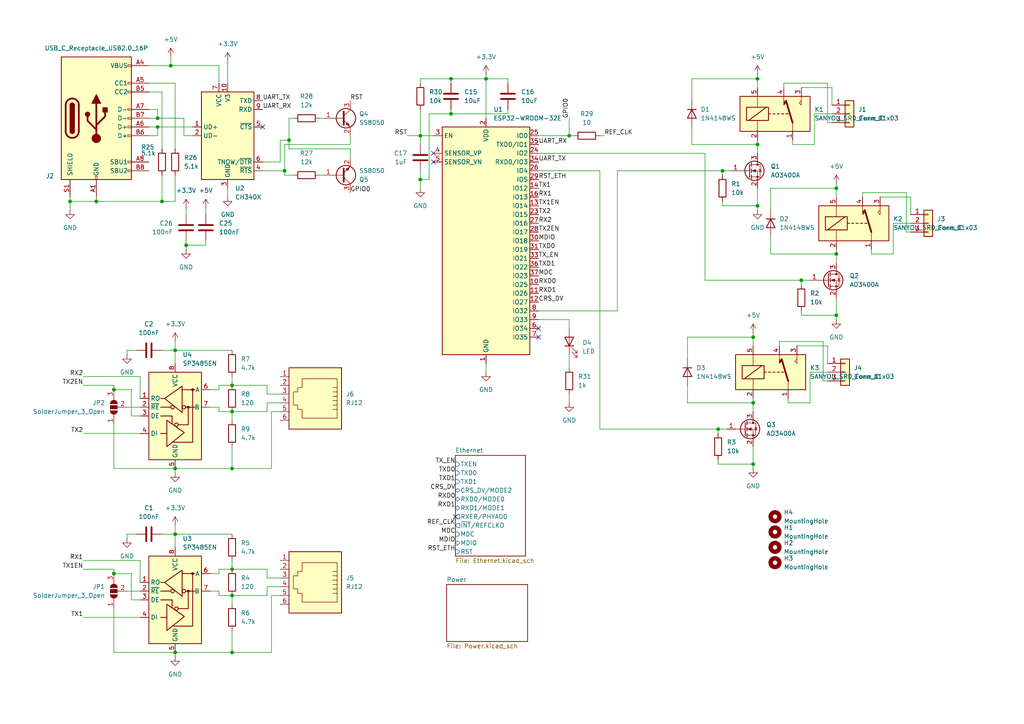
<source format=kicad_sch>
(kicad_sch (version 20250114) (generator "eeschema") (generator_version "9.0")
  (paper "A4")
  (junction (at 20.32 58.42))
  (junction (at 140.97 22.86))
  (junction (at 121.92 52.07))
  (junction (at 218.44 134.62))
  (junction (at 218.44 116.84))
  (junction (at 130.81 22.86))
  (junction (at 121.92 39.37))
  (junction (at 67.31 172.72))
  (junction (at 50.8 154.94))
  (junction (at 219.71 22.86))
  (junction (at 45.72 34.29))
  (junction (at 33.02 113.03))
  (junction (at 219.71 59.69))
  (junction (at 242.57 54.61))
  (junction (at 67.31 189.23))
  (junction (at 50.8 101.6))
  (junction (at 218.44 97.79))
  (junction (at 82.55 49.53))
  (junction (at 49.53 19.05))
  (junction (at 50.8 135.89))
  (junction (at 130.81 33.02))
  (junction (at 67.31 135.89))
  (junction (at 33.02 166.37))
  (junction (at 50.8 189.23))
  (junction (at 208.28 124.46))
  (junction (at 219.71 41.91))
  (junction (at 83.82 40.64))
  (junction (at 165.1 39.37))
  (junction (at 209.55 49.53))
  (junction (at 67.31 165.1))
  (junction (at 232.41 81.28))
  (junction (at 27.94 58.42))
  (junction (at 45.72 36.83))
  (junction (at 53.975 71.12))
  (junction (at 242.57 91.44))
  (junction (at 67.31 111.76))
  (junction (at 242.57 73.66))
  (junction (at 67.31 119.38))
  (junction (at 46.99 58.42))
  (no_connect (at 156.21 97.79))
  (no_connect (at 125.73 44.45))
  (no_connect (at 156.21 95.25))
  (no_connect (at 132.08 149.86))
  (no_connect (at 125.73 46.99))
  (no_connect (at 76.2 36.83))
  (wire (pts (xy 60.96 171.45) (xy 63.5 171.45)))
  (wire (pts (xy 43.18 24.13) (xy 50.8 24.13)))
  (wire (pts (xy 46.99 154.94) (xy 50.8 154.94)))
  (wire (pts (xy 264.16 57.15) (xy 264.16 62.23)))
  (wire (pts (xy 140.97 21.59) (xy 140.97 22.86)))
  (wire (pts (xy 60.96 118.11) (xy 63.5 118.11)))
  (wire (pts (xy 92.71 50.8) (xy 93.98 50.8)))
  (wire (pts (xy 45.72 34.29) (xy 43.18 34.29)))
  (wire (pts (xy 219.71 59.69) (xy 219.71 60.96)))
  (wire (pts (xy 78.74 189.23) (xy 67.31 189.23)))
  (wire (pts (xy 33.02 189.23) (xy 50.8 189.23)))
  (wire (pts (xy 232.41 91.44) (xy 242.57 91.44)))
  (wire (pts (xy 59.69 71.12) (xy 59.69 69.85)))
  (wire (pts (xy 200.66 22.86) (xy 200.66 29.21)))
  (wire (pts (xy 50.8 135.89) (xy 50.8 137.16)))
  (wire (pts (xy 147.32 22.86) (xy 140.97 22.86)))
  (wire (pts (xy 173.99 39.37) (xy 175.26 39.37)))
  (wire (pts (xy 130.81 22.86) (xy 121.92 22.86)))
  (wire (pts (xy 101.6 43.18) (xy 83.82 43.18)))
  (wire (pts (xy 63.5 19.05) (xy 63.5 24.13)))
  (wire (pts (xy 232.41 90.17) (xy 232.41 91.44)))
  (wire (pts (xy 81.28 46.99) (xy 81.28 40.64)))
  (wire (pts (xy 50.8 152.4) (xy 50.8 154.94)))
  (wire (pts (xy 46.99 58.42) (xy 27.94 58.42)))
  (wire (pts (xy 200.66 41.91) (xy 219.71 41.91)))
  (wire (pts (xy 252.73 73.66) (xy 252.73 72.39)))
  (wire (pts (xy 24.13 162.56) (xy 40.64 162.56)))
  (wire (pts (xy 39.37 101.6) (xy 36.83 101.6)))
  (wire (pts (xy 199.39 111.76) (xy 199.39 116.84)))
  (wire (pts (xy 147.32 33.02) (xy 147.32 31.75)))
  (wire (pts (xy 36.83 101.6) (xy 36.83 102.87)))
  (wire (pts (xy 53.975 60.325) (xy 53.975 62.23)))
  (wire (pts (xy 38.1 166.37) (xy 38.1 173.99)))
  (wire (pts (xy 77.47 167.64) (xy 81.28 167.64)))
  (wire (pts (xy 226.06 100.33) (xy 226.06 99.06)))
  (wire (pts (xy 45.72 36.83) (xy 55.88 36.83)))
  (wire (pts (xy 223.52 54.61) (xy 223.52 60.96)))
  (wire (pts (xy 140.97 22.86) (xy 130.81 22.86)))
  (wire (pts (xy 121.92 52.07) (xy 124.46 52.07)))
  (wire (pts (xy 227.33 25.4) (xy 227.33 24.13)))
  (wire (pts (xy 204.47 81.28) (xy 232.41 81.28)))
  (wire (pts (xy 50.8 24.13) (xy 50.8 43.18)))
  (wire (pts (xy 82.55 49.53) (xy 82.55 50.8)))
  (wire (pts (xy 81.28 172.72) (xy 78.74 172.72)))
  (wire (pts (xy 165.1 34.29) (xy 165.1 39.37)))
  (wire (pts (xy 40.64 168.91) (xy 40.64 162.56)))
  (wire (pts (xy 53.975 71.12) (xy 53.975 72.39)))
  (wire (pts (xy 43.18 39.37) (xy 45.72 39.37)))
  (wire (pts (xy 46.99 50.8) (xy 46.99 58.42)))
  (wire (pts (xy 38.1 113.03) (xy 38.1 120.65)))
  (wire (pts (xy 130.81 33.02) (xy 124.46 33.02)))
  (wire (pts (xy 50.8 154.94) (xy 50.8 158.75)))
  (wire (pts (xy 45.72 31.75) (xy 45.72 34.29)))
  (wire (pts (xy 78.74 172.72) (xy 78.74 189.23)))
  (wire (pts (xy 67.31 165.1) (xy 77.47 165.1)))
  (wire (pts (xy 255.27 57.15) (xy 264.16 57.15)))
  (wire (pts (xy 66.04 54.61) (xy 66.04 57.15)))
  (wire (pts (xy 45.72 34.29) (xy 53.34 34.29)))
  (wire (pts (xy 20.32 57.15) (xy 20.32 58.42)))
  (wire (pts (xy 232.41 25.4) (xy 241.3 25.4)))
  (wire (pts (xy 179.07 49.53) (xy 209.55 49.53)))
  (wire (pts (xy 242.57 54.61) (xy 223.52 54.61)))
  (wire (pts (xy 212.09 49.53) (xy 209.55 49.53)))
  (wire (pts (xy 200.66 36.83) (xy 200.66 41.91)))
  (wire (pts (xy 238.76 110.49) (xy 240.03 110.49)))
  (wire (pts (xy 140.97 22.86) (xy 140.97 34.29)))
  (wire (pts (xy 121.92 52.07) (xy 121.92 54.61)))
  (wire (pts (xy 219.71 25.4) (xy 219.71 22.86)))
  (wire (pts (xy 67.31 109.22) (xy 67.31 111.76)))
  (wire (pts (xy 43.18 31.75) (xy 45.72 31.75)))
  (wire (pts (xy 24.13 111.76) (xy 33.02 111.76)))
  (wire (pts (xy 219.71 54.61) (xy 219.71 59.69)))
  (wire (pts (xy 231.14 100.33) (xy 240.03 100.33)))
  (wire (pts (xy 53.34 34.29) (xy 53.34 39.37)))
  (wire (pts (xy 173.99 124.46) (xy 208.28 124.46)))
  (wire (pts (xy 63.5 111.76) (xy 67.31 111.76)))
  (wire (pts (xy 81.28 119.38) (xy 78.74 119.38)))
  (wire (pts (xy 81.28 40.64) (xy 83.82 40.64)))
  (wire (pts (xy 45.72 39.37) (xy 45.72 36.83)))
  (wire (pts (xy 250.19 55.88) (xy 262.89 55.88)))
  (wire (pts (xy 67.31 172.72) (xy 67.31 175.26)))
  (wire (pts (xy 27.94 58.42) (xy 27.94 57.15)))
  (wire (pts (xy 63.5 119.38) (xy 67.31 119.38)))
  (wire (pts (xy 210.82 124.46) (xy 208.28 124.46)))
  (wire (pts (xy 124.46 33.02) (xy 124.46 52.07)))
  (wire (pts (xy 236.22 33.02) (xy 236.22 41.91)))
  (wire (pts (xy 82.55 50.8) (xy 85.09 50.8)))
  (wire (pts (xy 242.57 53.34) (xy 242.57 54.61)))
  (wire (pts (xy 240.03 35.56) (xy 241.3 35.56)))
  (wire (pts (xy 20.32 58.42) (xy 20.32 60.96)))
  (wire (pts (xy 250.19 57.15) (xy 250.19 55.88)))
  (wire (pts (xy 77.47 165.1) (xy 77.47 167.64)))
  (wire (pts (xy 121.92 31.75) (xy 121.92 39.37)))
  (wire (pts (xy 204.47 44.45) (xy 156.21 44.45)))
  (wire (pts (xy 130.81 22.86) (xy 130.81 24.13)))
  (wire (pts (xy 83.82 40.64) (xy 83.82 34.29)))
  (wire (pts (xy 241.3 25.4) (xy 241.3 30.48)))
  (wire (pts (xy 199.39 97.79) (xy 199.39 104.14)))
  (wire (pts (xy 234.95 107.95) (xy 234.95 116.84)))
  (wire (pts (xy 36.83 154.94) (xy 36.83 156.21)))
  (wire (pts (xy 209.55 59.69) (xy 219.71 59.69)))
  (wire (pts (xy 60.96 166.37) (xy 63.5 166.37)))
  (wire (pts (xy 232.41 81.28) (xy 232.41 82.55)))
  (wire (pts (xy 46.99 58.42) (xy 50.8 58.42)))
  (wire (pts (xy 101.6 39.37) (xy 101.6 41.91)))
  (wire (pts (xy 241.3 33.02) (xy 236.22 33.02)))
  (wire (pts (xy 121.92 39.37) (xy 121.92 41.91)))
  (wire (pts (xy 38.1 120.65) (xy 40.64 120.65)))
  (wire (pts (xy 20.32 58.42) (xy 27.94 58.42)))
  (wire (pts (xy 208.28 134.62) (xy 218.44 134.62)))
  (wire (pts (xy 24.13 109.22) (xy 40.64 109.22)))
  (wire (pts (xy 67.31 129.54) (xy 67.31 135.89)))
  (wire (pts (xy 39.37 154.94) (xy 36.83 154.94)))
  (wire (pts (xy 208.28 124.46) (xy 208.28 125.73)))
  (wire (pts (xy 262.89 67.31) (xy 264.16 67.31)))
  (wire (pts (xy 130.81 31.75) (xy 130.81 33.02)))
  (wire (pts (xy 63.5 166.37) (xy 63.5 165.1)))
  (wire (pts (xy 67.31 182.88) (xy 67.31 189.23)))
  (wire (pts (xy 259.08 64.77) (xy 259.08 73.66)))
  (wire (pts (xy 49.53 19.05) (xy 63.5 19.05)))
  (wire (pts (xy 24.13 179.07) (xy 40.64 179.07)))
  (wire (pts (xy 223.52 68.58) (xy 223.52 73.66)))
  (wire (pts (xy 121.92 22.86) (xy 121.92 24.13)))
  (wire (pts (xy 33.02 135.89) (xy 50.8 135.89)))
  (wire (pts (xy 49.53 19.05) (xy 43.18 19.05)))
  (wire (pts (xy 67.31 162.56) (xy 67.31 165.1)))
  (wire (pts (xy 229.87 41.91) (xy 229.87 40.64)))
  (wire (pts (xy 78.74 135.89) (xy 67.31 135.89)))
  (wire (pts (xy 228.6 116.84) (xy 228.6 115.57)))
  (wire (pts (xy 77.47 170.18) (xy 77.47 172.72)))
  (wire (pts (xy 66.04 17.78) (xy 66.04 24.13)))
  (wire (pts (xy 240.03 24.13) (xy 240.03 35.56)))
  (wire (pts (xy 77.47 119.38) (xy 67.31 119.38)))
  (wire (pts (xy 264.16 64.77) (xy 259.08 64.77)))
  (wire (pts (xy 242.57 73.66) (xy 242.57 76.2)))
  (wire (pts (xy 130.81 33.02) (xy 147.32 33.02)))
  (wire (pts (xy 46.99 26.67) (xy 43.18 26.67)))
  (wire (pts (xy 36.83 118.11) (xy 40.64 118.11)))
  (wire (pts (xy 236.22 41.91) (xy 229.87 41.91)))
  (wire (pts (xy 67.31 119.38) (xy 67.31 121.92)))
  (wire (pts (xy 238.76 99.06) (xy 238.76 110.49)))
  (wire (pts (xy 219.71 41.91) (xy 219.71 44.45)))
  (wire (pts (xy 173.99 49.53) (xy 173.99 124.46)))
  (wire (pts (xy 50.8 101.6) (xy 67.31 101.6)))
  (wire (pts (xy 165.1 39.37) (xy 156.21 39.37)))
  (wire (pts (xy 83.82 34.29) (xy 85.09 34.29)))
  (wire (pts (xy 242.57 91.44) (xy 242.57 92.71)))
  (wire (pts (xy 242.57 72.39) (xy 242.57 73.66)))
  (wire (pts (xy 77.47 114.3) (xy 81.28 114.3)))
  (wire (pts (xy 36.83 171.45) (xy 40.64 171.45)))
  (wire (pts (xy 24.13 125.73) (xy 40.64 125.73)))
  (wire (pts (xy 67.31 135.89) (xy 50.8 135.89)))
  (wire (pts (xy 77.47 111.76) (xy 77.47 114.3)))
  (wire (pts (xy 218.44 97.79) (xy 199.39 97.79)))
  (wire (pts (xy 63.5 172.72) (xy 67.31 172.72)))
  (wire (pts (xy 242.57 57.15) (xy 242.57 54.61)))
  (wire (pts (xy 219.71 40.64) (xy 219.71 41.91)))
  (wire (pts (xy 50.8 154.94) (xy 67.31 154.94)))
  (wire (pts (xy 101.6 41.91) (xy 82.55 41.91)))
  (wire (pts (xy 204.47 44.45) (xy 204.47 81.28)))
  (wire (pts (xy 179.07 49.53) (xy 179.07 90.17)))
  (wire (pts (xy 226.06 99.06) (xy 238.76 99.06)))
  (wire (pts (xy 219.71 22.86) (xy 200.66 22.86)))
  (wire (pts (xy 262.89 55.88) (xy 262.89 67.31)))
  (wire (pts (xy 218.44 134.62) (xy 218.44 135.89)))
  (wire (pts (xy 209.55 58.42) (xy 209.55 59.69)))
  (wire (pts (xy 156.21 49.53) (xy 173.99 49.53)))
  (wire (pts (xy 218.44 100.33) (xy 218.44 97.79)))
  (wire (pts (xy 240.03 100.33) (xy 240.03 105.41)))
  (wire (pts (xy 234.95 116.84) (xy 228.6 116.84)))
  (wire (pts (xy 165.1 92.71) (xy 156.21 92.71)))
  (wire (pts (xy 147.32 24.13) (xy 147.32 22.86)))
  (wire (pts (xy 50.8 101.6) (xy 50.8 105.41)))
  (wire (pts (xy 77.47 172.72) (xy 67.31 172.72)))
  (wire (pts (xy 101.6 45.72) (xy 101.6 43.18)))
  (wire (pts (xy 50.8 58.42) (xy 50.8 50.8)))
  (wire (pts (xy 209.55 49.53) (xy 209.55 50.8)))
  (wire (pts (xy 165.1 102.87) (xy 165.1 106.68)))
  (wire (pts (xy 63.5 165.1) (xy 67.31 165.1)))
  (wire (pts (xy 67.31 189.23) (xy 50.8 189.23)))
  (wire (pts (xy 199.39 116.84) (xy 218.44 116.84)))
  (wire (pts (xy 165.1 95.25) (xy 165.1 92.71)))
  (wire (pts (xy 179.07 90.17) (xy 156.21 90.17)))
  (wire (pts (xy 46.99 43.18) (xy 46.99 26.67)))
  (wire (pts (xy 33.02 123.19) (xy 33.02 135.89)))
  (wire (pts (xy 33.02 166.37) (xy 33.02 165.1)))
  (wire (pts (xy 219.71 21.59) (xy 219.71 22.86)))
  (wire (pts (xy 218.44 96.52) (xy 218.44 97.79)))
  (wire (pts (xy 165.1 39.37) (xy 166.37 39.37)))
  (wire (pts (xy 40.64 115.57) (xy 40.64 109.22)))
  (wire (pts (xy 82.55 41.91) (xy 82.55 49.53)))
  (wire (pts (xy 234.95 81.28) (xy 232.41 81.28)))
  (wire (pts (xy 81.28 170.18) (xy 77.47 170.18)))
  (wire (pts (xy 50.8 189.23) (xy 50.8 190.5)))
  (wire (pts (xy 223.52 73.66) (xy 242.57 73.66)))
  (wire (pts (xy 67.31 111.76) (xy 77.47 111.76)))
  (wire (pts (xy 77.47 116.84) (xy 77.47 119.38)))
  (wire (pts (xy 38.1 173.99) (xy 40.64 173.99)))
  (wire (pts (xy 49.53 16.51) (xy 49.53 19.05)))
  (wire (pts (xy 218.44 116.84) (xy 218.44 119.38)))
  (wire (pts (xy 33.02 176.53) (xy 33.02 189.23)))
  (wire (pts (xy 76.2 49.53) (xy 82.55 49.53)))
  (wire (pts (xy 242.57 86.36) (xy 242.57 91.44)))
  (wire (pts (xy 240.03 107.95) (xy 234.95 107.95)))
  (wire (pts (xy 33.02 113.03) (xy 38.1 113.03)))
  (wire (pts (xy 218.44 129.54) (xy 218.44 134.62)))
  (wire (pts (xy 81.28 116.84) (xy 77.47 116.84)))
  (wire (pts (xy 53.34 39.37) (xy 55.88 39.37)))
  (wire (pts (xy 227.33 24.13) (xy 240.03 24.13)))
  (wire (pts (xy 63.5 113.03) (xy 63.5 111.76)))
  (wire (pts (xy 92.71 34.29) (xy 93.98 34.29)))
  (wire (pts (xy 24.13 165.1) (xy 33.02 165.1)))
  (wire (pts (xy 83.82 43.18) (xy 83.82 40.64)))
  (wire (pts (xy 63.5 171.45) (xy 63.5 172.72)))
  (wire (pts (xy 78.74 119.38) (xy 78.74 135.89)))
  (wire (pts (xy 140.97 105.41) (xy 140.97 107.95)))
  (wire (pts (xy 118.11 39.37) (xy 121.92 39.37)))
  (wire (pts (xy 121.92 49.53) (xy 121.92 52.07)))
  (wire (pts (xy 218.44 115.57) (xy 218.44 116.84)))
  (wire (pts (xy 63.5 118.11) (xy 63.5 119.38)))
  (wire (pts (xy 45.72 36.83) (xy 43.18 36.83)))
  (wire (pts (xy 53.975 71.12) (xy 59.69 71.12)))
  (wire (pts (xy 53.975 69.85) (xy 53.975 71.12)))
  (wire (pts (xy 208.28 133.35) (xy 208.28 134.62)))
  (wire (pts (xy 59.69 60.325) (xy 59.69 62.23)))
  (wire (pts (xy 33.02 111.76) (xy 33.02 113.03)))
  (wire (pts (xy 50.8 99.06) (xy 50.8 101.6)))
  (wire (pts (xy 46.99 101.6) (xy 50.8 101.6)))
  (wire (pts (xy 76.2 46.99) (xy 81.28 46.99)))
  (wire (pts (xy 60.96 113.03) (xy 63.5 113.03)))
  (wire (pts (xy 33.02 166.37) (xy 38.1 166.37)))
  (wire (pts (xy 121.92 39.37) (xy 125.73 39.37)))
  (wire (pts (xy 165.1 114.3) (xy 165.1 116.84)))
  (wire (pts (xy 259.08 73.66) (xy 252.73 73.66)))
  (label "RST_ETH" (at 132.08 160.02 180))
  (label "UART_RX" (at 76.2 31.75 0))
  (label "RXD1" (at 156.21 85.09 0))
  (label "RX1" (at 24.13 162.56 180))
  (label "TX2" (at 156.21 62.23 0))
  (label "TX2" (at 24.13 125.73 180))
  (label "RXD0" (at 132.08 144.78 180))
  (label "GPIO0" (at 165.1 34.29 90))
  (label "TX1" (at 156.21 54.61 0))
  (label "TX1EN" (at 24.13 165.1 180))
  (label "RXD1" (at 132.08 147.32 180))
  (label "MDC" (at 156.21 80.01 0))
  (label "UART_TX" (at 76.2 29.21 0))
  (label "TXD1" (at 132.08 139.7 180))
  (label "RST" (at 101.6 29.21 0))
  (label "RXD0" (at 156.21 82.55 0))
  (label "TX2EN" (at 156.21 67.31 0))
  (label "TX1EN" (at 156.21 59.69 0))
  (label "CRS_DV" (at 132.08 142.24 180))
  (label "TXD1" (at 156.21 77.47 0))
  (label "RST" (at 118.11 39.37 180))
  (label "RX2" (at 24.13 109.22 180))
  (label "TX_EN" (at 156.21 74.93 0))
  (label "UART_RX" (at 156.21 41.91 0))
  (label "TX_EN" (at 132.08 134.62 180))
  (label "REF_CLK" (at 175.26 39.37 0))
  (label "TXD0" (at 156.21 72.39 0))
  (label "GPIO0" (at 101.6 55.88 0))
  (label "TX1" (at 24.13 179.07 180))
  (label "RST_ETH" (at 156.21 52.07 0))
  (label "MDIO" (at 156.21 69.85 0))
  (label "RX2" (at 156.21 64.77 0))
  (label "MDC" (at 132.08 154.94 180))
  (label "RX1" (at 156.21 57.15 0))
  (label "UART_TX" (at 156.21 46.99 0))
  (label "REF_CLK" (at 132.08 152.4 180))
  (label "MDIO" (at 132.08 157.48 180))
  (label "TX2EN" (at 24.13 111.76 180))
  (label "CRS_DV" (at 156.21 87.63 0))
  (label "TXD0" (at 132.08 137.16 180))
  (symbol (lib_id "Relay:SANYOU_SRD_Form_C") (at 223.52 107.95 0) (unit 1)
    (property "Reference" "K3" (at 234.95 106.6799 0) (effects (justify left)))
    (property "Value" "SANYOU_SRD_Form_C" (at 234.95 109.2199 0) (effects (justify left)))
    (property "Footprint" "Relay_THT:Relay_SPDT_SANYOU_SRD_Series_Form_C" (effects (hide yes)))
    (property "Datasheet" "http://www.sanyourelay.ca/public/products/pdf/SRD.pdf" (effects (hide yes)))
    (property "Description" "Sanyo SRD relay, Single Pole Miniature Power Relay," (effects (hide yes)))
  )
  (symbol (lib_id "Device:R") (at 67.31 179.07 0) (unit 1)
    (property "Reference" "R6" (at 69.85 177.7999 0) (effects (justify left)))
    (property "Value" "4.7k" (at 69.85 180.3399 0) (effects (justify left)))
    (property "Footprint" "Resistor_SMD:R_0603_1608Metric" (effects (hide yes)))
    (property "Description" "Resistor" (effects (hide yes)))
    (property "LCSC" "C23162" (effects (hide yes)))
  )
  (symbol (lib_id "Device:R") (at 209.55 54.61 0) (unit 1)
    (property "Reference" "R1" (at 212.09 53.3399 0) (effects (justify left)))
    (property "Value" "10k" (at 212.09 55.8799 0) (effects (justify left)))
    (property "Footprint" "Resistor_SMD:R_0603_1608Metric" (effects (hide yes)))
    (property "Description" "Resistor" (effects (hide yes)))
    (property "LCSC" "C25804" (effects (hide yes)))
  )
  (symbol (lib_id "power:+3.3V") (at 50.8 152.4 0) (unit 1)
    (property "Reference" "#PWR011" (effects (hide yes)))
    (property "Value" "+3.3V" (at 50.8 147.32 0))
    (property "Description" "Power symbol creates a global label with name \"+3.3V\"" (effects (hide yes)))
  )
  (symbol (lib_id "Device:R") (at 67.31 158.75 0) (unit 1)
    (property "Reference" "R5" (at 69.85 157.4799 0) (effects (justify left)))
    (property "Value" "4.7k" (at 69.85 160.0199 0) (effects (justify left)))
    (property "Footprint" "Resistor_SMD:R_0603_1608Metric" (effects (hide yes)))
    (property "Description" "Resistor" (effects (hide yes)))
    (property "LCSC" "C23162" (effects (hide yes)))
  )
  (symbol (lib_id "power:GND") (at 140.97 107.95 0) (unit 1)
    (property "Reference" "#PWR04" (effects (hide yes)))
    (property "Value" "GND" (at 140.97 113.03 0))
    (property "Description" "Power symbol creates a global label with name \"GND\" , ground" (effects (hide yes)))
  )
  (symbol (lib_id "power:GND") (at 50.8 137.16 0) (unit 1)
    (property "Reference" "#PWR016" (effects (hide yes)))
    (property "Value" "GND" (at 50.8 142.24 0))
    (property "Description" "Power symbol creates a global label with name \"GND\" , ground" (effects (hide yes)))
  )
  (symbol (lib_id "Device:C") (at 43.18 101.6 90) (unit 1)
    (property "Reference" "C2" (at 43.18 93.98 90))
    (property "Value" "100nF" (at 43.18 96.52 90))
    (property "Footprint" "Capacitor_SMD:C_0603_1608Metric" (effects (hide yes)))
    (property "Description" "Unpolarized capacitor" (effects (hide yes)))
    (property "LCSC" "C14663" (effects (hide yes)))
  )
  (symbol (lib_id "Device:LED") (at 165.1 99.06 90) (unit 1)
    (property "Reference" "D4" (at 168.91 99.3774 90) (effects (justify right)))
    (property "Value" "LED" (at 168.91 101.9174 90) (effects (justify right)))
    (property "Footprint" "LED_SMD:LED_0805_2012Metric" (effects (hide yes)))
    (property "Description" "Light emitting diode" (effects (hide yes)))
    (property "Sim.Pins" "1=K 2=A" (effects (hide yes)))
    (property "LCSC" "C2297" (effects (hide yes)))
  )
  (symbol (lib_id "Jumper:SolderJumper_3_Open") (at 33.02 118.11 90) (unit 1) (in_bom no)
    (property "Reference" "JP2" (at 30.48 116.8399 90) (effects (justify left)))
    (property "Value" "SolderJumper_3_Open" (at 30.48 119.3799 90) (effects (justify left)))
    (property "Footprint" "Jumper:SolderJumper-3_P1.3mm_Open_RoundedPad1.0x1.5mm" (effects (hide yes)))
    (property "Description" "Solder Jumper, 3-pole, open" (effects (hide yes)))
  )
  (symbol (lib_id "RF_Module:ESP32-WROOM-32E") (at 140.97 69.85 0) (unit 1)
    (property "Reference" "U1" (at 143.1133 31.75 0) (effects (justify left)))
    (property "Value" "ESP32-WROOM-32E" (at 143.1133 34.29 0) (effects (justify left)))
    (property "Footprint" "RF_Module:ESP32-WROOM-32D" (effects (hide yes)))
    (property "Datasheet" "https://www.espressif.com/sites/default/files/documentation/esp32-wroom-32e_esp32-wroom-32ue_datasheet_en.pdf" (effects (hide yes)))
    (property "Description" "RF Module, ESP32-D0WD-V3 SoC, without PSRAM, Wi-Fi 802.11b/g/n, Bluetooth, BLE, 32-bit, 2.7-3.6V, onboard antenna, SMD" (effects (hide yes)))
    (property "LCSC" "C701342" (effects (hide yes)))
  )
  (symbol (lib_id "Diode:1N4148WS") (at 200.66 33.02 270) (unit 1)
    (property "Reference" "D1" (at 203.2 31.7499 90) (effects (justify left)))
    (property "Value" "1N4148WS" (at 203.2 34.2899 90) (effects (justify left)))
    (property "Footprint" "Diode_SMD:D_SOD-323" (effects (hide yes)))
    (property "Datasheet" "https://www.vishay.com/docs/85751/1n4148ws.pdf" (effects (hide yes)))
    (property "Description" "75V 0.15A Fast switching Diode, SOD-323" (effects (hide yes)))
    (property "Sim.Device" "D" (effects (hide yes)))
    (property "Sim.Pins" "1=K 2=A" (effects (hide yes)))
    (property "LCSC" "C2128" (effects (hide yes)))
  )
  (symbol (lib_id "power:GND") (at 218.44 135.89 0) (unit 1)
    (property "Reference" "#PWR09" (effects (hide yes)))
    (property "Value" "GND" (at 218.44 140.97 0))
    (property "Description" "Power symbol creates a global label with name \"GND\" , ground" (effects (hide yes)))
  )
  (symbol (lib_id "power:+5V") (at 49.53 16.51 0) (unit 1)
    (property "Reference" "#PWR027" (effects (hide yes)))
    (property "Value" "+5V" (at 49.53 11.43 0))
    (property "Description" "Power symbol creates a global label with name \"+5V\"" (effects (hide yes)))
  )
  (symbol (lib_id "Mechanical:MountingHole") (at 224.79 163.195 0) (unit 1) (in_bom no)
    (property "Reference" "H3" (at 227.33 161.9249 0) (effects (justify left)))
    (property "Value" "MountingHole" (at 227.33 164.4649 0) (effects (justify left)))
    (property "Footprint" "MountingHole:MountingHole_3.2mm_M3" (effects (hide yes)))
    (property "Description" "Mounting Hole without connection" (effects (hide yes)))
  )
  (symbol (lib_id "Transistor_FET:AO3400A") (at 240.03 81.28 0) (unit 1)
    (property "Reference" "Q2" (at 246.38 80.0099 0) (effects (justify left)))
    (property "Value" "AO3400A" (at 246.38 82.5499 0) (effects (justify left)))
    (property "Footprint" "Package_TO_SOT_SMD:SOT-23" (effects (hide yes)))
    (property "Datasheet" "http://www.aosmd.com/pdfs/datasheet/AO3400A.pdf" (effects (hide yes)))
    (property "Description" "30V Vds, 5.7A Id, N-Channel MOSFET, SOT-23" (effects (hide yes)))
    (property "LCSC" "C20917" (effects (hide yes)))
  )
  (symbol (lib_id "Connector_Generic:Conn_01x03") (at 269.24 64.77 0) (unit 1)
    (property "Reference" "J3" (at 271.78 63.4999 0) (effects (justify left)))
    (property "Value" "Conn_01x03" (at 271.78 66.0399 0) (effects (justify left)))
    (property "Footprint" "TerminalBlock_Phoenix:TerminalBlock_Phoenix_MKDS-1,5-3-5.08_1x03_P5.08mm_Horizontal" (effects (hide yes)))
    (property "Description" "Generic connector, single row, 01x03, script generated (kicad-library-utils/schlib/autogen/connector/)" (effects (hide yes)))
  )
  (symbol (lib_id "power:+5V") (at 218.44 96.52 0) (unit 1)
    (property "Reference" "#PWR08" (effects (hide yes)))
    (property "Value" "+5V" (at 218.44 91.44 0))
    (property "Description" "Power symbol creates a global label with name \"+5V\"" (effects (hide yes)))
  )
  (symbol (lib_id "Device:R") (at 208.28 129.54 0) (unit 1)
    (property "Reference" "R3" (at 210.82 128.2699 0) (effects (justify left)))
    (property "Value" "10k" (at 210.82 130.8099 0) (effects (justify left)))
    (property "Footprint" "Resistor_SMD:R_0603_1608Metric" (effects (hide yes)))
    (property "Description" "Resistor" (effects (hide yes)))
    (property "LCSC" "C25804" (effects (hide yes)))
  )
  (symbol (lib_id "Device:R") (at 170.18 39.37 90) (unit 1)
    (property "Reference" "R29" (at 170.18 33.02 90))
    (property "Value" "10" (at 170.18 35.56 90))
    (property "Footprint" "Resistor_SMD:R_0603_1608Metric" (effects (hide yes)))
    (property "Description" "Resistor" (effects (hide yes)))
    (property "LCSC" "C22859" (effects (hide yes)))
  )
  (symbol (lib_id "power:GND") (at 50.8 190.5 0) (unit 1)
    (property "Reference" "#PWR012" (effects (hide yes)))
    (property "Value" "GND" (at 50.8 195.58 0))
    (property "Description" "Power symbol creates a global label with name \"GND\" , ground" (effects (hide yes)))
  )
  (symbol (lib_id "Transistor_FET:AO3400A") (at 217.17 49.53 0) (unit 1)
    (property "Reference" "Q1" (at 223.52 48.2599 0) (effects (justify left)))
    (property "Value" "AO3400A" (at 223.52 50.7999 0) (effects (justify left)))
    (property "Footprint" "Package_TO_SOT_SMD:SOT-23" (effects (hide yes)))
    (property "Datasheet" "http://www.aosmd.com/pdfs/datasheet/AO3400A.pdf" (effects (hide yes)))
    (property "Description" "30V Vds, 5.7A Id, N-Channel MOSFET, SOT-23" (effects (hide yes)))
    (property "LCSC" "C20917" (effects (hide yes)))
  )
  (symbol (lib_id "Device:R") (at 232.41 86.36 0) (unit 1)
    (property "Reference" "R2" (at 234.95 85.0899 0) (effects (justify left)))
    (property "Value" "10k" (at 234.95 87.6299 0) (effects (justify left)))
    (property "Footprint" "Resistor_SMD:R_0603_1608Metric" (effects (hide yes)))
    (property "Description" "Resistor" (effects (hide yes)))
    (property "LCSC" "C25804" (effects (hide yes)))
  )
  (symbol (lib_id "Device:C") (at 43.18 154.94 90) (unit 1)
    (property "Reference" "C1" (at 43.18 147.32 90))
    (property "Value" "100nF" (at 43.18 149.86 90))
    (property "Footprint" "Capacitor_SMD:C_0603_1608Metric" (effects (hide yes)))
    (property "Description" "Unpolarized capacitor" (effects (hide yes)))
    (property "LCSC" "C14663" (effects (hide yes)))
  )
  (symbol (lib_id "Diode:1N4148WS") (at 199.39 107.95 270) (unit 1)
    (property "Reference" "D3" (at 201.93 106.6799 90) (effects (justify left)))
    (property "Value" "1N4148WS" (at 201.93 109.2199 90) (effects (justify left)))
    (property "Footprint" "Diode_SMD:D_SOD-323" (effects (hide yes)))
    (property "Datasheet" "https://www.vishay.com/docs/85751/1n4148ws.pdf" (effects (hide yes)))
    (property "Description" "75V 0.15A Fast switching Diode, SOD-323" (effects (hide yes)))
    (property "Sim.Device" "D" (effects (hide yes)))
    (property "Sim.Pins" "1=K 2=A" (effects (hide yes)))
    (property "LCSC" "C2128" (effects (hide yes)))
  )
  (symbol (lib_id "Mechanical:MountingHole") (at 224.79 158.75 0) (unit 1) (in_bom no)
    (property "Reference" "H2" (at 227.33 157.4799 0) (effects (justify left)))
    (property "Value" "MountingHole" (at 227.33 160.0199 0) (effects (justify left)))
    (property "Footprint" "MountingHole:MountingHole_3.2mm_M3" (effects (hide yes)))
    (property "Description" "Mounting Hole without connection" (effects (hide yes)))
  )
  (symbol (lib_id "Device:R") (at 88.9 34.29 90) (unit 1)
    (property "Reference" "R28" (at 88.9 27.94 90))
    (property "Value" "12k" (at 88.9 30.48 90))
    (property "Footprint" "Resistor_SMD:R_0603_1608Metric" (effects (hide yes)))
    (property "Description" "Resistor" (effects (hide yes)))
    (property "LCSC" "C22790" (effects (hide yes)))
  )
  (symbol (lib_id "Device:C") (at 130.81 27.94 0) (unit 1)
    (property "Reference" "C15" (at 134.62 26.6699 0) (effects (justify left)))
    (property "Value" "10uF" (at 134.62 29.2099 0) (effects (justify left)))
    (property "Footprint" "Capacitor_SMD:C_0805_2012Metric" (effects (hide yes)))
    (property "Description" "Unpolarized capacitor" (effects (hide yes)))
    (property "LCSC" "C15850" (effects (hide yes)))
  )
  (symbol (lib_id "Connector:RJ12") (at 91.44 167.64 180) (unit 1)
    (property "Reference" "J5" (at 100.33 167.6399 0) (effects (justify right)))
    (property "Value" "RJ12" (at 100.33 170.1799 0) (effects (justify right)))
    (property "Footprint" "Connector_RJ:RJ12_Amphenol_54601-x06_Horizontal" (effects (hide yes)))
    (property "Description" "RJ connector, 6P6C (6 positions 6 connected)" (effects (hide yes)))
  )
  (symbol (lib_id "power:+3.3V") (at 66.04 17.78 0) (unit 1)
    (property "Reference" "#PWR028" (effects (hide yes)))
    (property "Value" "+3.3V" (at 66.04 12.7 0))
    (property "Description" "Power symbol creates a global label with name \"+3.3V\"" (effects (hide yes)))
  )
  (symbol (lib_id "Diode:1N4148WS") (at 223.52 64.77 270) (unit 1)
    (property "Reference" "D2" (at 226.06 63.4999 90) (effects (justify left)))
    (property "Value" "1N4148WS" (at 226.06 66.0399 90) (effects (justify left)))
    (property "Footprint" "Diode_SMD:D_SOD-323" (effects (hide yes)))
    (property "Datasheet" "https://www.vishay.com/docs/85751/1n4148ws.pdf" (effects (hide yes)))
    (property "Description" "75V 0.15A Fast switching Diode, SOD-323" (effects (hide yes)))
    (property "Sim.Device" "D" (effects (hide yes)))
    (property "Sim.Pins" "1=K 2=A" (effects (hide yes)))
    (property "LCSC" "C2128" (effects (hide yes)))
  )
  (symbol (lib_id "Device:C") (at 147.32 27.94 0) (unit 1)
    (property "Reference" "C16" (at 151.13 26.6699 0) (effects (justify left)))
    (property "Value" "10uF" (at 151.13 29.2099 0) (effects (justify left)))
    (property "Footprint" "Capacitor_SMD:C_0805_2012Metric" (effects (hide yes)))
    (property "Description" "Unpolarized capacitor" (effects (hide yes)))
    (property "LCSC" "C15850" (effects (hide yes)))
  )
  (symbol (lib_id "Transistor_BJT:SS8050") (at 99.06 34.29 0) (unit 1)
    (property "Reference" "Q4" (at 104.14 33.0199 0) (effects (justify left)))
    (property "Value" "SS8050" (at 104.14 35.5599 0) (effects (justify left)))
    (property "Footprint" "Package_TO_SOT_SMD:SOT-23" (effects (hide yes)))
    (property "Datasheet" "http://www.secosgmbh.com/datasheet/products/SSMPTransistor/SOT-23/SS8050.pdf" (effects (hide yes)))
    (property "Description" "General Purpose NPN Transistor, 1.5A Ic, 25V Vce, SOT-23" (effects (hide yes)))
    (property "LCSC" "C2150" (effects (hide yes)))
  )
  (symbol (lib_id "power:GND") (at 121.92 54.61 0) (unit 1)
    (property "Reference" "#PWR029" (effects (hide yes)))
    (property "Value" "GND" (at 121.92 59.69 0))
    (property "Description" "Power symbol creates a global label with name \"GND\" , ground" (effects (hide yes)))
  )
  (symbol (lib_id "Device:C") (at 121.92 45.72 0) (mirror y) (unit 1)
    (property "Reference" "C17" (at 118.11 44.4499 0) (effects (justify left)))
    (property "Value" "1uF" (at 118.11 46.9899 0) (effects (justify left)))
    (property "Footprint" "Capacitor_SMD:C_0805_2012Metric" (effects (hide yes)))
    (property "Description" "Unpolarized capacitor" (effects (hide yes)))
    (property "LCSC" "C28323" (effects (hide yes)))
  )
  (symbol (lib_id "power:GND") (at 36.83 102.87 0) (unit 1)
    (property "Reference" "#PWR014" (effects (hide yes)))
    (property "Value" "GND" (at 36.83 107.95 0))
    (property "Description" "Power symbol creates a global label with name \"GND\" , ground" (effects (hide yes)))
  )
  (symbol (lib_id "Device:R") (at 67.31 168.91 0) (unit 1)
    (property "Reference" "R4" (at 69.85 167.6399 0) (effects (justify left)))
    (property "Value" "120" (at 69.85 170.1799 0) (effects (justify left)))
    (property "Footprint" "Resistor_SMD:R_0603_1608Metric" (effects (hide yes)))
    (property "Description" "Resistor" (effects (hide yes)))
    (property "LCSC" "C22775" (effects (hide yes)))
  )
  (symbol (lib_id "power:+3.3V") (at 140.97 21.59 0) (unit 1)
    (property "Reference" "#PWR010" (effects (hide yes)))
    (property "Value" "+3.3V" (at 140.97 16.51 0))
    (property "Description" "Power symbol creates a global label with name \"+3.3V\"" (effects (hide yes)))
  )
  (symbol (lib_id "Connector_Generic:Conn_01x03") (at 246.38 33.02 0) (unit 1)
    (property "Reference" "J1" (at 248.92 31.7499 0) (effects (justify left)))
    (property "Value" "Conn_01x03" (at 248.92 34.2899 0) (effects (justify left)))
    (property "Footprint" "TerminalBlock_Phoenix:TerminalBlock_Phoenix_MKDS-1,5-3-5.08_1x03_P5.08mm_Horizontal" (effects (hide yes)))
    (property "Description" "Generic connector, single row, 01x03, script generated (kicad-library-utils/schlib/autogen/connector/)" (effects (hide yes)))
  )
  (symbol (lib_id "Relay:SANYOU_SRD_Form_C") (at 224.79 33.02 0) (unit 1)
    (property "Reference" "K1" (at 236.22 31.7499 0) (effects (justify left)))
    (property "Value" "SANYOU_SRD_Form_C" (at 236.22 34.2899 0) (effects (justify left)))
    (property "Footprint" "Relay_THT:Relay_SPDT_SANYOU_SRD_Series_Form_C" (effects (hide yes)))
    (property "Datasheet" "http://www.sanyourelay.ca/public/products/pdf/SRD.pdf" (effects (hide yes)))
    (property "Description" "Sanyo SRD relay, Single Pole Miniature Power Relay," (effects (hide yes)))
  )
  (symbol (lib_id "power:GND") (at 66.04 57.15 0) (unit 1)
    (property "Reference" "#PWR05" (effects (hide yes)))
    (property "Value" "GND" (at 66.04 62.23 0))
    (property "Description" "Power symbol creates a global label with name \"GND\" , ground" (effects (hide yes)))
  )
  (symbol (lib_id "Device:R") (at 88.9 50.8 90) (unit 1)
    (property "Reference" "R27" (at 88.9 44.45 90))
    (property "Value" "12k" (at 88.9 46.99 90))
    (property "Footprint" "Resistor_SMD:R_0603_1608Metric" (effects (hide yes)))
    (property "Description" "Resistor" (effects (hide yes)))
    (property "LCSC" "C22790" (effects (hide yes)))
  )
  (symbol (lib_id "power:+5V") (at 219.71 21.59 0) (unit 1)
    (property "Reference" "#PWR02" (effects (hide yes)))
    (property "Value" "+5V" (at 219.71 16.51 0))
    (property "Description" "Power symbol creates a global label with name \"+5V\"" (effects (hide yes)))
  )
  (symbol (lib_id "power:+3.3V") (at 53.975 60.325 0) (unit 1)
    (property "Reference" "#PWR036" (effects (hide yes)))
    (property "Value" "+3.3V" (at 53.975 55.245 0))
    (property "Description" "Power symbol creates a global label with name \"+3.3V\"" (effects (hide yes)))
  )
  (symbol (lib_id "power:GND") (at 20.32 60.96 0) (unit 1)
    (property "Reference" "#PWR03" (effects (hide yes)))
    (property "Value" "GND" (at 20.32 66.04 0))
    (property "Description" "Power symbol creates a global label with name \"GND\" , ground" (effects (hide yes)))
  )
  (symbol (lib_id "Connector_Generic:Conn_01x03") (at 245.11 107.95 0) (unit 1)
    (property "Reference" "J4" (at 247.65 106.6799 0) (effects (justify left)))
    (property "Value" "Conn_01x03" (at 247.65 109.2199 0) (effects (justify left)))
    (property "Footprint" "TerminalBlock_Phoenix:TerminalBlock_Phoenix_MKDS-1,5-3-5.08_1x03_P5.08mm_Horizontal" (effects (hide yes)))
    (property "Description" "Generic connector, single row, 01x03, script generated (kicad-library-utils/schlib/autogen/connector/)" (effects (hide yes)))
  )
  (symbol (lib_id "Device:R") (at 67.31 125.73 0) (unit 1)
    (property "Reference" "R9" (at 69.85 124.4599 0) (effects (justify left)))
    (property "Value" "4.7k" (at 69.85 126.9999 0) (effects (justify left)))
    (property "Footprint" "Resistor_SMD:R_0603_1608Metric" (effects (hide yes)))
    (property "Description" "Resistor" (effects (hide yes)))
    (property "LCSC" "C23162" (effects (hide yes)))
  )
  (symbol (lib_id "Connector:RJ12") (at 91.44 114.3 180) (unit 1)
    (property "Reference" "J6" (at 100.33 114.2999 0) (effects (justify right)))
    (property "Value" "RJ12" (at 100.33 116.8399 0) (effects (justify right)))
    (property "Footprint" "Connector_RJ:RJ12_Amphenol_54601-x06_Horizontal" (effects (hide yes)))
    (property "Description" "RJ connector, 6P6C (6 positions 6 connected)" (effects (hide yes)))
  )
  (symbol (lib_id "Device:C") (at 59.69 66.04 180) (unit 1)
    (property "Reference" "C25" (at 63.5 64.7699 0) (effects (justify right)))
    (property "Value" "100nF" (at 63.5 67.3099 0) (effects (justify right)))
    (property "Footprint" "Capacitor_SMD:C_0603_1608Metric" (effects (hide yes)))
    (property "Description" "Unpolarized capacitor" (effects (hide yes)))
    (property "LCSC" "C14663" (effects (hide yes)))
  )
  (symbol (lib_id "power:+3.3V") (at 50.8 99.06 0) (unit 1)
    (property "Reference" "#PWR015" (effects (hide yes)))
    (property "Value" "+3.3V" (at 50.8 93.98 0))
    (property "Description" "Power symbol creates a global label with name \"+3.3V\"" (effects (hide yes)))
  )
  (symbol (lib_id "Device:C") (at 53.975 66.04 0) (mirror x) (unit 1)
    (property "Reference" "C26" (at 50.165 64.7699 0) (effects (justify right)))
    (property "Value" "100nF" (at 50.165 67.3099 0) (effects (justify right)))
    (property "Footprint" "Capacitor_SMD:C_0603_1608Metric" (effects (hide yes)))
    (property "Description" "Unpolarized capacitor" (effects (hide yes)))
    (property "LCSC" "C14663" (effects (hide yes)))
  )
  (symbol (lib_id "Mechanical:MountingHole") (at 224.79 154.305 0) (unit 1) (in_bom no)
    (property "Reference" "H1" (at 227.33 153.0349 0) (effects (justify left)))
    (property "Value" "MountingHole" (at 227.33 155.5749 0) (effects (justify left)))
    (property "Footprint" "MountingHole:MountingHole_3.2mm_M3" (effects (hide yes)))
    (property "Description" "Mounting Hole without connection" (effects (hide yes)))
  )
  (symbol (lib_id "power:+5V") (at 59.69 60.325 0) (unit 1)
    (property "Reference" "#PWR037" (effects (hide yes)))
    (property "Value" "+5V" (at 59.69 55.245 0))
    (property "Description" "Power symbol creates a global label with name \"+5V\"" (effects (hide yes)))
  )
  (symbol (lib_id "Interface_UART:SP3485EN") (at 50.8 173.99 0) (unit 1)
    (property "Reference" "U3" (at 52.9433 156.21 0) (effects (justify left)))
    (property "Value" "SP3485EN" (at 52.9433 158.75 0) (effects (justify left)))
    (property "Footprint" "Package_SO:SOIC-8_3.9x4.9mm_P1.27mm" (effects (hide yes)))
    (property "Datasheet" "http://www.icbase.com/pdf/SPX/SPX00480106.pdf" (effects (hide yes)))
    (property "Description" "Industrial 3.3V Low Power Half-Duplex RS-485 Transceiver 10Mbps, SOIC-8" (effects (hide yes)))
    (property "LCSC" "C8963" (effects (hide yes)))
  )
  (symbol (lib_id "Relay:SANYOU_SRD_Form_C") (at 247.65 64.77 0) (unit 1)
    (property "Reference" "K2" (at 259.08 63.4999 0) (effects (justify left)))
    (property "Value" "SANYOU_SRD_Form_C" (at 259.08 66.0399 0) (effects (justify left)))
    (property "Footprint" "Relay_THT:Relay_SPDT_SANYOU_SRD_Series_Form_C" (effects (hide yes)))
    (property "Datasheet" "http://www.sanyourelay.ca/public/products/pdf/SRD.pdf" (effects (hide yes)))
    (property "Description" "Sanyo SRD relay, Single Pole Miniature Power Relay," (effects (hide yes)))
  )
  (symbol (lib_id "Device:R") (at 121.92 27.94 0) (unit 1)
    (property "Reference" "R30" (at 124.46 26.6699 0) (effects (justify left)))
    (property "Value" "10k" (at 124.46 29.2099 0) (effects (justify left)))
    (property "Footprint" "Resistor_SMD:R_0603_1608Metric" (effects (hide yes)))
    (property "Description" "Resistor" (effects (hide yes)))
    (property "LCSC" "C25804" (effects (hide yes)))
  )
  (symbol (lib_id "power:GND") (at 242.57 92.71 0) (unit 1)
    (property "Reference" "#PWR07" (effects (hide yes)))
    (property "Value" "GND" (at 242.57 97.79 0))
    (property "Description" "Power symbol creates a global label with name \"GND\" , ground" (effects (hide yes)))
  )
  (symbol (lib_id "Jumper:SolderJumper_3_Open") (at 33.02 171.45 90) (unit 1) (in_bom no)
    (property "Reference" "JP1" (at 30.48 170.1799 90) (effects (justify left)))
    (property "Value" "SolderJumper_3_Open" (at 30.48 172.7199 90) (effects (justify left)))
    (property "Footprint" "Jumper:SolderJumper-3_P1.3mm_Open_RoundedPad1.0x1.5mm" (effects (hide yes)))
    (property "Description" "Solder Jumper, 3-pole, open" (effects (hide yes)))
  )
  (symbol (lib_id "Transistor_BJT:SS8050") (at 99.06 50.8 0) (mirror x) (unit 1)
    (property "Reference" "Q5" (at 104.14 52.0701 0) (effects (justify left)))
    (property "Value" "SS8050" (at 104.14 49.5301 0) (effects (justify left)))
    (property "Footprint" "Package_TO_SOT_SMD:SOT-23" (effects (hide yes)))
    (property "Datasheet" "http://www.secosgmbh.com/datasheet/products/SSMPTransistor/SOT-23/SS8050.pdf" (effects (hide yes)))
    (property "Description" "General Purpose NPN Transistor, 1.5A Ic, 25V Vce, SOT-23" (effects (hide yes)))
    (property "LCSC" "C2150" (effects (hide yes)))
  )
  (symbol (lib_id "power:GND") (at 53.975 72.39 0) (unit 1)
    (property "Reference" "#PWR038" (effects (hide yes)))
    (property "Value" "GND" (at 53.975 77.47 0))
    (property "Description" "Power symbol creates a global label with name \"GND\" , ground" (effects (hide yes)))
  )
  (symbol (lib_id "Device:R") (at 46.99 46.99 0) (unit 1)
    (property "Reference" "R25" (at 40.894 42.672 0) (effects (justify left)))
    (property "Value" "5.1k" (at 40.894 44.45 0) (effects (justify left)))
    (property "Footprint" "Resistor_SMD:R_0603_1608Metric" (effects (hide yes)))
    (property "Description" "Resistor" (effects (hide yes)))
    (property "LCSC" "C23186" (effects (hide yes)))
  )
  (symbol (lib_id "Transistor_FET:AO3400A") (at 215.9 124.46 0) (unit 1)
    (property "Reference" "Q3" (at 222.25 123.1899 0) (effects (justify left)))
    (property "Value" "AO3400A" (at 222.25 125.7299 0) (effects (justify left)))
    (property "Footprint" "Package_TO_SOT_SMD:SOT-23" (effects (hide yes)))
    (property "Datasheet" "http://www.aosmd.com/pdfs/datasheet/AO3400A.pdf" (effects (hide yes)))
    (property "Description" "30V Vds, 5.7A Id, N-Channel MOSFET, SOT-23" (effects (hide yes)))
    (property "LCSC" "C20917" (effects (hide yes)))
  )
  (symbol (lib_id "power:GND") (at 36.83 156.21 0) (unit 1)
    (property "Reference" "#PWR013" (effects (hide yes)))
    (property "Value" "GND" (at 36.83 161.29 0))
    (property "Description" "Power symbol creates a global label with name \"GND\" , ground" (effects (hide yes)))
  )
  (symbol (lib_id "power:+5V") (at 242.57 53.34 0) (unit 1)
    (property "Reference" "#PWR06" (effects (hide yes)))
    (property "Value" "+5V" (at 242.57 48.26 0))
    (property "Description" "Power symbol creates a global label with name \"+5V\"" (effects (hide yes)))
  )
  (symbol (lib_id "Connector:USB_C_Receptacle_USB2.0_16P") (at 27.94 34.29 0) (unit 1)
    (property "Reference" "J2" (at 14.478 51.054 0))
    (property "Value" "USB_C_Receptacle_USB2.0_16P" (at 27.94 13.97 0))
    (property "Footprint" "Connector_USB:USB_C_Receptacle_HRO_TYPE-C-31-M-12" (effects (hide yes)))
    (property "Datasheet" "https://www.usb.org/sites/default/files/documents/usb_type-c.zip" (effects (hide yes)))
    (property "Description" "USB 2.0-only 16P Type-C Receptacle connector" (effects (hide yes)))
  )
  (symbol (lib_id "Interface_UART:SP3485EN") (at 50.8 120.65 0) (unit 1)
    (property "Reference" "U4" (at 52.9433 102.87 0) (effects (justify left)))
    (property "Value" "SP3485EN" (at 52.9433 105.41 0) (effects (justify left)))
    (property "Footprint" "Package_SO:SOIC-8_3.9x4.9mm_P1.27mm" (effects (hide yes)))
    (property "Datasheet" "http://www.icbase.com/pdf/SPX/SPX00480106.pdf" (effects (hide yes)))
    (property "Description" "Industrial 3.3V Low Power Half-Duplex RS-485 Transceiver 10Mbps, SOIC-8" (effects (hide yes)))
    (property "LCSC" "C8963" (effects (hide yes)))
  )
  (symbol (lib_id "power:GND") (at 165.1 116.84 0) (unit 1)
    (property "Reference" "#PWR030" (effects (hide yes)))
    (property "Value" "GND" (at 165.1 121.92 0))
    (property "Description" "Power symbol creates a global label with name \"GND\" , ground" (effects (hide yes)))
  )
  (symbol (lib_id "Device:R") (at 50.8 46.99 0) (unit 1)
    (property "Reference" "R26" (at 53.34 45.7199 0) (effects (justify left)))
    (property "Value" "5.1k" (at 53.34 48.2599 0) (effects (justify left)))
    (property "Footprint" "Resistor_SMD:R_0603_1608Metric" (effects (hide yes)))
    (property "Description" "Resistor" (effects (hide yes)))
    (property "LCSC" "C23186" (effects (hide yes)))
  )
  (symbol (lib_id "Mechanical:MountingHole") (at 224.79 149.86 0) (unit 1) (in_bom no)
    (property "Reference" "H4" (at 227.33 148.5899 0) (effects (justify left)))
    (property "Value" "MountingHole" (at 227.33 151.1299 0) (effects (justify left)))
    (property "Footprint" "MountingHole:MountingHole_3.2mm_M3" (effects (hide yes)))
    (property "Description" "Mounting Hole without connection" (effects (hide yes)))
  )
  (symbol (lib_id "Interface_USB:CH340X") (at 66.04 39.37 0) (unit 1)
    (property "Reference" "U2" (at 68.1833 54.61 0) (effects (justify left)))
    (property "Value" "CH340X" (at 68.1833 57.15 0) (effects (justify left)))
    (property "Footprint" "Package_SO:MSOP-10_3x3mm_P0.5mm" (effects (hide yes)))
    (property "Datasheet" "https://cdn.sparkfun.com/assets/5/0/a/8/5/CH340DS1.PDF" (effects (hide yes)))
    (property "Description" "USB serial converter, 5V-tolerant IO, UART, MSOP-10" (effects (hide yes)))
    (property "LCSC" "C3035748" (effects (hide yes)))
  )
  (symbol (lib_id "Device:R") (at 67.31 105.41 0) (unit 1)
    (property "Reference" "R7" (at 69.85 104.1399 0) (effects (justify left)))
    (property "Value" "4.7k" (at 69.85 106.6799 0) (effects (justify left)))
    (property "Footprint" "Resistor_SMD:R_0603_1608Metric" (effects (hide yes)))
    (property "Description" "Resistor" (effects (hide yes)))
    (property "LCSC" "C23162" (effects (hide yes)))
  )
  (symbol (lib_id "power:GND") (at 219.71 60.96 0) (unit 1)
    (property "Reference" "#PWR01" (effects (hide yes)))
    (property "Value" "GND" (at 219.71 66.04 0))
    (property "Description" "Power symbol creates a global label with name \"GND\" , ground" (effects (hide yes)))
  )
  (symbol (lib_id "Device:R") (at 165.1 110.49 0) (unit 1)
    (property "Reference" "R31" (at 167.64 109.2199 0) (effects (justify left)))
    (property "Value" "1k" (at 167.64 111.7599 0) (effects (justify left)))
    (property "Footprint" "Resistor_SMD:R_0603_1608Metric" (effects (hide yes)))
    (property "Description" "Resistor" (effects (hide yes)))
    (property "LCSC" "C21190" (effects (hide yes)))
  )
  (symbol (lib_id "Device:R") (at 67.31 115.57 0) (unit 1)
    (property "Reference" "R8" (at 69.85 114.2999 0) (effects (justify left)))
    (property "Value" "120" (at 69.85 116.8399 0) (effects (justify left)))
    (property "Footprint" "Resistor_SMD:R_0603_1608Metric" (effects (hide yes)))
    (property "Description" "Resistor" (effects (hide yes)))
    (property "LCSC" "C22775" (effects (hide yes)))
  )
  (sheet (at 132.08 132.08) (size 20.32 29.21) (stroke (width 0.1524))
    (property "Sheetname" "Ethernet" (at 132.08 131.3684 0) (effects (justify left bottom)))
    (property "Sheetfile" "Ethernet.kicad_sch" (at 132.08 161.8746 0) (effects (justify left top)))
    (pin "TXD1" input (at 132.08 139.7 180))
    (pin "TXD0" input (at 132.08 137.16 180))
    (pin "RXD1/MODE1" bidirectional (at 132.08 147.32 180))
    (pin "MDC" input (at 132.08 154.94 180))
    (pin "MDIO" bidirectional (at 132.08 157.48 180))
    (pin "CRS_DV/MODE2" bidirectional (at 132.08 142.24 180))
    (pin "RXD0/MODE0" bidirectional (at 132.08 144.78 180))
    (pin "~{INT}/REFCLKO" output (at 132.08 152.4 180))
    (pin "RXER/PHYAD0" output (at 132.08 149.86 180))
    (pin "TXEN" input (at 132.08 134.62 180))
    (pin "RST" input (at 132.08 160.02 180))
  )
  (sheet (at 129.54 169.545) (size 23.495 16.51) (stroke (width 0.1524))
    (property "Sheetname" "Power" (at 129.54 168.8334 0) (effects (justify left bottom)))
    (property "Sheetfile" "Power.kicad_sch" (at 129.54 186.6396 0) (effects (justify left top)))
  )
)
</source>
